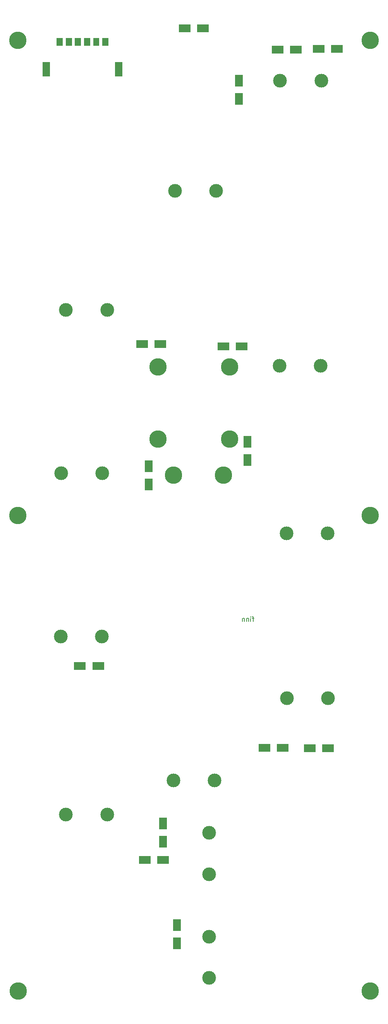
<source format=gbr>
%TF.GenerationSoftware,KiCad,Pcbnew,7.0.2-0*%
%TF.CreationDate,2024-05-08T20:31:55-07:00*%
%TF.ProjectId,new_X_Y_Panels,6e65775f-585f-4595-9f50-616e656c732e,1b*%
%TF.SameCoordinates,Original*%
%TF.FileFunction,Soldermask,Top*%
%TF.FilePolarity,Negative*%
%FSLAX46Y46*%
G04 Gerber Fmt 4.6, Leading zero omitted, Abs format (unit mm)*
G04 Created by KiCad (PCBNEW 7.0.2-0) date 2024-05-08 20:31:55*
%MOMM*%
%LPD*%
G01*
G04 APERTURE LIST*
%ADD10C,0.150000*%
%ADD11C,0.010000*%
%ADD12C,2.600000*%
%ADD13C,3.800000*%
%ADD14C,3.000000*%
%ADD15R,2.500000X1.700000*%
%ADD16R,1.700000X2.500000*%
G04 APERTURE END LIST*
D10*
X82679761Y-151555952D02*
X82298809Y-151555952D01*
X82536904Y-152222619D02*
X82536904Y-151365476D01*
X82536904Y-151365476D02*
X82489285Y-151270238D01*
X82489285Y-151270238D02*
X82394047Y-151222619D01*
X82394047Y-151222619D02*
X82298809Y-151222619D01*
X81965475Y-152222619D02*
X81965475Y-151555952D01*
X81965475Y-151222619D02*
X82013094Y-151270238D01*
X82013094Y-151270238D02*
X81965475Y-151317857D01*
X81965475Y-151317857D02*
X81917856Y-151270238D01*
X81917856Y-151270238D02*
X81965475Y-151222619D01*
X81965475Y-151222619D02*
X81965475Y-151317857D01*
X81489285Y-151555952D02*
X81489285Y-152222619D01*
X81489285Y-151651190D02*
X81441666Y-151603571D01*
X81441666Y-151603571D02*
X81346428Y-151555952D01*
X81346428Y-151555952D02*
X81203571Y-151555952D01*
X81203571Y-151555952D02*
X81108333Y-151603571D01*
X81108333Y-151603571D02*
X81060714Y-151698809D01*
X81060714Y-151698809D02*
X81060714Y-152222619D01*
X80584523Y-151555952D02*
X80584523Y-152222619D01*
X80584523Y-151651190D02*
X80536904Y-151603571D01*
X80536904Y-151603571D02*
X80441666Y-151555952D01*
X80441666Y-151555952D02*
X80298809Y-151555952D01*
X80298809Y-151555952D02*
X80203571Y-151603571D01*
X80203571Y-151603571D02*
X80155952Y-151698809D01*
X80155952Y-151698809D02*
X80155952Y-152222619D01*
%TO.C,J2*%
D11*
X53796200Y-33211200D02*
X52293800Y-33211200D01*
X52293800Y-30158800D01*
X53796200Y-30158800D01*
X53796200Y-33211200D01*
G36*
X53796200Y-33211200D02*
G01*
X52293800Y-33211200D01*
X52293800Y-30158800D01*
X53796200Y-30158800D01*
X53796200Y-33211200D01*
G37*
X50776200Y-26511200D02*
X49523800Y-26511200D01*
X49523800Y-24908800D01*
X50776200Y-24908800D01*
X50776200Y-26511200D01*
G36*
X50776200Y-26511200D02*
G01*
X49523800Y-26511200D01*
X49523800Y-24908800D01*
X50776200Y-24908800D01*
X50776200Y-26511200D01*
G37*
X48776200Y-26511200D02*
X47523800Y-26511200D01*
X47523800Y-24908800D01*
X48776200Y-24908800D01*
X48776200Y-26511200D01*
G36*
X48776200Y-26511200D02*
G01*
X47523800Y-26511200D01*
X47523800Y-24908800D01*
X48776200Y-24908800D01*
X48776200Y-26511200D01*
G37*
X46776200Y-26511200D02*
X45523800Y-26511200D01*
X45523800Y-24908800D01*
X46776200Y-24908800D01*
X46776200Y-26511200D01*
G36*
X46776200Y-26511200D02*
G01*
X45523800Y-26511200D01*
X45523800Y-24908800D01*
X46776200Y-24908800D01*
X46776200Y-26511200D01*
G37*
X44776200Y-26511200D02*
X43523800Y-26511200D01*
X43523800Y-24908800D01*
X44776200Y-24908800D01*
X44776200Y-26511200D01*
G36*
X44776200Y-26511200D02*
G01*
X43523800Y-26511200D01*
X43523800Y-24908800D01*
X44776200Y-24908800D01*
X44776200Y-26511200D01*
G37*
X42776200Y-26511200D02*
X41523800Y-26511200D01*
X41523800Y-24908800D01*
X42776200Y-24908800D01*
X42776200Y-26511200D01*
G36*
X42776200Y-26511200D02*
G01*
X41523800Y-26511200D01*
X41523800Y-24908800D01*
X42776200Y-24908800D01*
X42776200Y-26511200D01*
G37*
X40776200Y-26511200D02*
X39523800Y-26511200D01*
X39523800Y-24908800D01*
X40776200Y-24908800D01*
X40776200Y-26511200D01*
G36*
X40776200Y-26511200D02*
G01*
X39523800Y-26511200D01*
X39523800Y-24908800D01*
X40776200Y-24908800D01*
X40776200Y-26511200D01*
G37*
X38006200Y-33211200D02*
X36503800Y-33211200D01*
X36503800Y-30158800D01*
X38006200Y-30158800D01*
X38006200Y-33211200D01*
G36*
X38006200Y-33211200D02*
G01*
X36503800Y-33211200D01*
X36503800Y-30158800D01*
X38006200Y-30158800D01*
X38006200Y-33211200D01*
G37*
%TD*%
D12*
%TO.C,H12*%
X108075000Y-129165000D03*
D13*
X108075000Y-129165000D03*
%TD*%
D14*
%TO.C,SC8*%
X97285000Y-96475000D03*
X88285000Y-96475000D03*
%TD*%
D15*
%TO.C,D14*%
X62198000Y-91694000D03*
X58198000Y-91694000D03*
%TD*%
D16*
%TO.C,D6*%
X65811000Y-222537000D03*
X65811000Y-218537000D03*
%TD*%
D14*
%TO.C,SC2*%
X50585000Y-84275000D03*
X41585000Y-84275000D03*
%TD*%
D15*
%TO.C,D4*%
X48635000Y-161995000D03*
X44635000Y-161995000D03*
%TD*%
%TO.C,D2*%
X71545000Y-22805000D03*
X67545000Y-22805000D03*
%TD*%
D12*
%TO.C,H8*%
X31095000Y-232915000D03*
D13*
X31095000Y-232915000D03*
%TD*%
D14*
%TO.C,SC1*%
X65395000Y-58275000D03*
X74395000Y-58275000D03*
%TD*%
%TO.C,SC12*%
X72915000Y-207435000D03*
X72915000Y-198435000D03*
%TD*%
%TO.C,SC11*%
X74075000Y-186925000D03*
X65075000Y-186925000D03*
%TD*%
D16*
%TO.C,D3*%
X59690000Y-118396000D03*
X59690000Y-122396000D03*
%TD*%
D15*
%TO.C,D11*%
X88985000Y-179835000D03*
X84985000Y-179835000D03*
%TD*%
%TO.C,D5*%
X58815000Y-204335000D03*
X62815000Y-204335000D03*
%TD*%
D14*
%TO.C,SC9*%
X98805000Y-132995000D03*
X89805000Y-132995000D03*
%TD*%
D12*
%TO.C,H9*%
X31075000Y-129155000D03*
D13*
X31075000Y-129155000D03*
%TD*%
D16*
%TO.C,D1*%
X79435000Y-34195000D03*
X79435000Y-38195000D03*
%TD*%
D12*
%TO.C,H3*%
X61666115Y-112421156D03*
D13*
X61666115Y-112421156D03*
%TD*%
D15*
%TO.C,D8*%
X75978000Y-92202000D03*
X79978000Y-92202000D03*
%TD*%
D14*
%TO.C,SC7*%
X88395000Y-34205000D03*
X97395000Y-34205000D03*
%TD*%
D12*
%TO.C,H10*%
X31085000Y-25415000D03*
D13*
X31085000Y-25415000D03*
%TD*%
D12*
%TO.C,H2*%
X76045000Y-120315000D03*
D13*
X76045000Y-120315000D03*
%TD*%
D14*
%TO.C,SC6*%
X72915000Y-230075000D03*
X72915000Y-221075000D03*
%TD*%
D12*
%TO.C,H5*%
X61666115Y-96723386D03*
D13*
X61666115Y-96723386D03*
%TD*%
D14*
%TO.C,SC5*%
X50565000Y-194405000D03*
X41565000Y-194405000D03*
%TD*%
D12*
%TO.C,H7*%
X108075000Y-232905000D03*
D13*
X108075000Y-232905000D03*
%TD*%
D12*
%TO.C,H4*%
X77363885Y-112421156D03*
D13*
X77363885Y-112421156D03*
%TD*%
D15*
%TO.C,D13*%
X87825000Y-27415000D03*
X91825000Y-27415000D03*
%TD*%
D16*
%TO.C,D9*%
X81265000Y-113025000D03*
X81265000Y-117025000D03*
%TD*%
%TO.C,D12*%
X62785000Y-200375000D03*
X62785000Y-196375000D03*
%TD*%
D12*
%TO.C,H11*%
X108095000Y-25405000D03*
D13*
X108095000Y-25405000D03*
%TD*%
D14*
%TO.C,SC4*%
X49435000Y-155595000D03*
X40435000Y-155595000D03*
%TD*%
%TO.C,SC3*%
X49515000Y-119875000D03*
X40515000Y-119875000D03*
%TD*%
D15*
%TO.C,D10*%
X98895000Y-179925000D03*
X94895000Y-179925000D03*
%TD*%
D14*
%TO.C,SC10*%
X98855000Y-169015000D03*
X89855000Y-169015000D03*
%TD*%
D12*
%TO.C,H6*%
X77363885Y-96723386D03*
D13*
X77363885Y-96723386D03*
%TD*%
D12*
%TO.C,H1*%
X65100000Y-120315000D03*
D13*
X65100000Y-120315000D03*
%TD*%
D15*
%TO.C,D7*%
X96835000Y-27325000D03*
X100835000Y-27325000D03*
%TD*%
M02*

</source>
